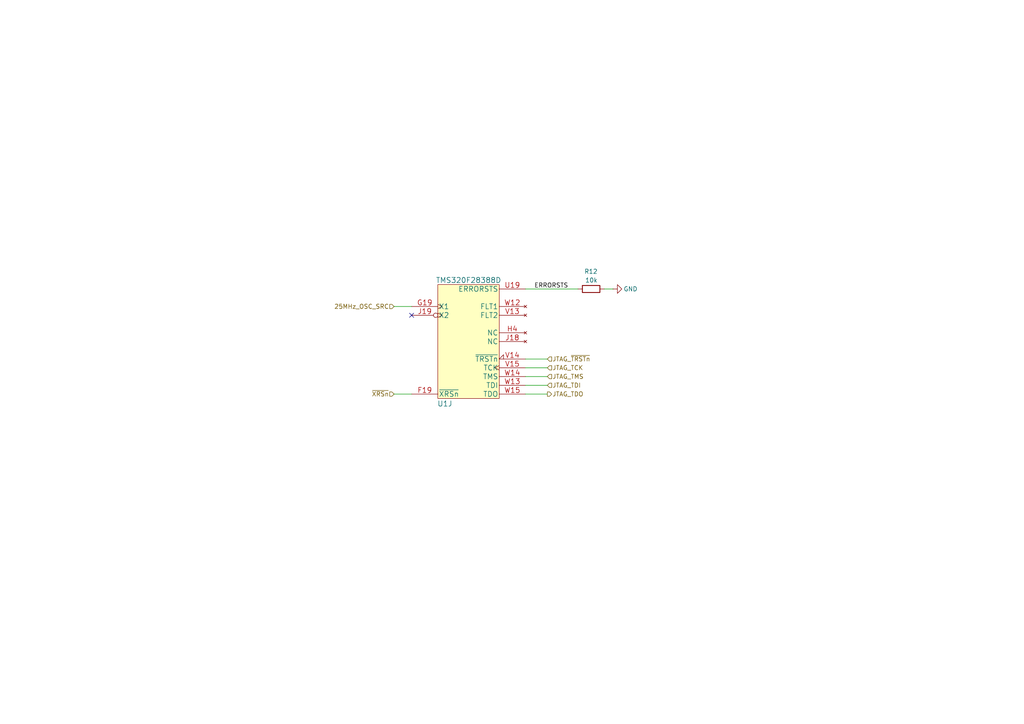
<source format=kicad_sch>
(kicad_sch (version 20231120) (generator "eeschema") (generator_version "8.0")
  (paper "A4")
  (title_block (title "Open MOtor DRiver Initiative  - Single Axis (OMODRI_SA)") (date "2025-03-07") (rev "1.0") (company "LAAS/CNRS"))
  (lib_symbols
    (symbol "Device:R" (pin_numbers hide) (pin_names (offset 0))
      (property "Reference" "R" (at 2.032 0 90))
      (property "Value" "R" (at 0 0 90))
      (symbol "R_0_1"
        (rectangle (start -1.016 -2.54) (end 1.016 2.54) (stroke (width 0.254)))
      )
      (symbol "R_1_1"
        (pin passive line (at 0 3.81 270) (length 1.27) (name "~") (number "1"))
        (pin passive line (at 0 -3.81 90) (length 1.27) (name "~") (number "2"))
      )
    )
    (symbol "omodri_lib:TMS320F28388D" (pin_names (offset 0.254))
      (property "Reference" "U" (at -8.89 55.88 0))
      (property "Value" "TMS320F28388D" (at 0 53.34 0))
      (symbol "TMS320F28388D_1_1"
        (rectangle (start -8.89 49.53) (end 8.89 -46.99) (fill (type background)))
        (pin power_in line (at -16.51 48.26 0) (length 7.62) (name "VSS") (number "A1"))
        (pin power_in line (at -16.51 45.72 0) (length 7.62) (name "VSS") (number "A10"))
        (pin power_in line (at -16.51 43.18 0) (length 7.62) (name "VSS") (number "A19"))
        (pin power_in line (at -16.51 33.02 0) (length 7.62) (name "VSS") (number "E12"))
        (pin power_in line (at -16.51 30.48 0) (length 7.62) (name "VSS") (number "E14"))
        (pin power_in line (at -16.51 27.94 0) (length 7.62) (name "VSS") (number "E15"))
        (pin power_in line (at -16.51 40.64 0) (length 7.62) (name "VSS") (number "E5"))
        (pin power_in line (at -16.51 38.1 0) (length 7.62) (name "VSS") (number "E6"))
        (pin power_in line (at -16.51 35.56 0) (length 7.62) (name "VSS") (number "E8"))
        (pin power_in line (at -16.51 17.78 0) (length 7.62) (name "VSS") (number "F12"))
        (pin power_in line (at -16.51 15.24 0) (length 7.62) (name "VSS") (number "F14"))
        (pin power_in line (at -16.51 12.7 0) (length 7.62) (name "VSS") (number "F15"))
        (pin power_in line (at -16.51 25.4 0) (length 7.62) (name "VSS") (number "F5"))
        (pin power_in line (at -16.51 22.86 0) (length 7.62) (name "VSS") (number "F6"))
        (pin power_in line (at -16.51 20.32 0) (length 7.62) (name "VSS") (number "F8"))
        (pin power_in line (at -16.51 10.16 0) (length 7.62) (name "VSS") (number "G16"))
        (pin power_in line (at -16.51 7.62 0) (length 7.62) (name "VSS") (number "G17"))
        (pin power_in line (at -16.51 0 0) (length 7.62) (name "VSS") (number "H10"))
        (pin power_in line (at -16.51 -2.54 0) (length 7.62) (name "VSS") (number "H11"))
        (pin power_in line (at -16.51 -5.08 0) (length 7.62) (name "VSS") (number "H12"))
        (pin power_in line (at -16.51 -7.62 0) (length 7.62) (name "VSS") (number "H14"))
        (pin power_in line (at -16.51 -10.16 0) (length 7.62) (name "VSS") (number "H15"))
        (pin power_in line (at 16.51 48.26 180) (length 7.62) (name "VSSOSC") (number "H18"))
        (pin power_in line (at 16.51 45.72 180) (length 7.62) (name "VSSOSC") (number "H19"))
        (pin power_in line (at -16.51 5.08 0) (length 7.62) (name "VSS") (number "H8"))
        (pin power_in line (at -16.51 2.54 0) (length 7.62) (name "VSS") (number "H9"))
        (pin power_in line (at -16.51 -22.86 0) (length 7.62) (name "VSS") (number "J10"))
        (pin power_in line (at -16.51 -25.4 0) (length 7.62) (name "VSS") (number "J11"))
        (pin power_in line (at -16.51 -27.94 0) (length 7.62) (name "VSS") (number "J12"))
        (pin power_in line (at -16.51 -12.7 0) (length 7.62) (name "VSS") (number "J5"))
        (pin power_in line (at -16.51 -15.24 0) (length 7.62) (name "VSS") (number "J6"))
        (pin power_in line (at -16.51 -17.78 0) (length 7.62) (name "VSS") (number "J8"))
        (pin power_in line (at -16.51 -20.32 0) (length 7.62) (name "VSS") (number "J9"))
        (pin power_in line (at -16.51 -35.56 0) (length 7.62) (name "VSS") (number "K10"))
        (pin power_in line (at -16.51 -38.1 0) (length 7.62) (name "VSS") (number "K11"))
        (pin power_in line (at -16.51 -40.64 0) (length 7.62) (name "VSS") (number "K12"))
        (pin power_in line (at -16.51 -43.18 0) (length 7.62) (name "VSS") (number "K14"))
        (pin power_in line (at -16.51 -45.72 0) (length 7.62) (name "VSS") (number "K15"))
        (pin power_in line (at -16.51 -30.48 0) (length 7.62) (name "VSS") (number "K8"))
        (pin power_in line (at -16.51 -33.02 0) (length 7.62) (name "VSS") (number "K9"))
        (pin power_in line (at 16.51 17.78 180) (length 7.62) (name "VSS") (number "L10"))
        (pin power_in line (at 16.51 15.24 180) (length 7.62) (name "VSS") (number "L11"))
        (pin power_in line (at 16.51 12.7 180) (length 7.62) (name "VSS") (number "L12"))
        (pin power_in line (at 16.51 10.16 180) (length 7.62) (name "VSS") (number "L18"))
        (pin power_in line (at 16.51 27.94 180) (length 7.62) (name "VSS") (number "L5"))
        (pin power_in line (at 16.51 25.4 180) (length 7.62) (name "VSS") (number "L6"))
        (pin power_in line (at 16.51 22.86 180) (length 7.62) (name "VSS") (number "L8"))
        (pin power_in line (at 16.51 20.32 180) (length 7.62) (name "VSS") (number "L9"))
        (pin power_in line (at 16.51 2.54 180) (length 7.62) (name "VSS") (number "M10"))
        (pin power_in line (at 16.51 0 180) (length 7.62) (name "VSS") (number "M11"))
        (pin power_in line (at 16.51 -2.54 180) (length 7.62) (name "VSS") (number "M12"))
        (pin power_in line (at 16.51 -5.08 180) (length 7.62) (name "VSS") (number "M14"))
        (pin power_in line (at 16.51 -7.62 180) (length 7.62) (name "VSS") (number "M15"))
        (pin power_in line (at 16.51 7.62 180) (length 7.62) (name "VSS") (number "M8"))
        (pin power_in line (at 16.51 5.08 180) (length 7.62) (name "VSS") (number "M9"))
        (pin power_in line (at 16.51 -10.16 180) (length 7.62) (name "VSS") (number "N1"))
        (pin power_in line (at 16.51 -12.7 180) (length 7.62) (name "VSS") (number "N5"))
        (pin power_in line (at 16.51 -15.24 180) (length 7.62) (name "VSS") (number "N6"))
        (pin power_in line (at 16.51 41.91 180) (length 7.62) (name "VSSA") (number "P1"))
        (pin power_in line (at 16.51 -22.86 180) (length 7.62) (name "VSS") (number "P11"))
        (pin power_in line (at 16.51 -25.4 180) (length 7.62) (name "VSS") (number "P12"))
        (pin power_in line (at 16.51 -27.94 180) (length 7.62) (name "VSS") (number "P14"))
        (pin power_in line (at 16.51 -30.48 180) (length 7.62) (name "VSS") (number "P15"))
        (pin power_in line (at 16.51 39.37 180) (length 7.62) (name "VSSA") (number "P5"))
        (pin power_in line (at 16.51 -17.78 180) (length 7.62) (name "VSS") (number "P7"))
        (pin power_in line (at 16.51 -20.32 180) (length 7.62) (name "VSS") (number "P8"))
        (pin power_in line (at 16.51 -38.1 180) (length 7.62) (name "VSS") (number "R14"))
        (pin power_in line (at 16.51 -40.64 180) (length 7.62) (name "VSS") (number "R15"))
        (pin power_in line (at 16.51 36.83 180) (length 7.62) (name "VSSA") (number "R5"))
        (pin power_in line (at 16.51 -33.02 180) (length 7.62) (name "VSS") (number "R7"))
        (pin power_in line (at 16.51 -35.56 180) (length 7.62) (name "VSS") (number "R8"))
        (pin power_in line (at 16.51 34.29 180) (length 7.62) (name "VSSA") (number "V7"))
        (pin power_in line (at 16.51 31.75 180) (length 7.62) (name "VSSA") (number "W1"))
        (pin power_in line (at 16.51 -45.72 180) (length 7.62) (name "VSS") (number "W19"))
        (pin power_in line (at 16.51 -43.18 180) (length 7.62) (name "VSS") (number "W7"))
      )
      (symbol "TMS320F28388D_2_1"
        (rectangle (start -10.16 49.53) (end 10.16 -21.59) (fill (type background)))
        (pin power_in line (at 17.78 45.72 180) (length 7.62) (name "VDDIO") (number "A18"))
        (pin power_in line (at 17.78 48.26 180) (length 7.62) (name "VDDIO") (number "A9"))
        (pin power_in line (at 17.78 43.18 180) (length 7.62) (name "VDDIO") (number "B1"))
        (pin power_in line (at 17.78 38.1 180) (length 7.62) (name "VDDIO") (number "E10"))
        (pin power_in line (at -17.78 45.72 0) (length 7.62) (name "VDD") (number "E11"))
        (pin power_in line (at 17.78 35.56 180) (length 7.62) (name "VDDIO") (number "E13"))
        (pin power_in line (at 17.78 33.02 180) (length 7.62) (name "VDDIO") (number "E16"))
        (pin power_in line (at 17.78 40.64 180) (length 7.62) (name "VDDIO") (number "E7"))
        (pin power_in line (at -17.78 48.26 0) (length 7.62) (name "VDD") (number "E9"))
        (pin power_in line (at 17.78 25.4 180) (length 7.62) (name "VDDIO") (number "F10"))
        (pin power_in line (at -17.78 40.64 0) (length 7.62) (name "VDD") (number "F11"))
        (pin power_in line (at 17.78 22.86 180) (length 7.62) (name "VDDIO") (number "F13"))
        (pin power_in line (at 17.78 20.32 180) (length 7.62) (name "VDDIO") (number "F16"))
        (pin power_in line (at 17.78 30.48 180) (length 7.62) (name "VDDIO") (number "F4"))
        (pin power_in line (at 17.78 27.94 180) (length 7.62) (name "VDDIO") (number "F7"))
        (pin power_in line (at -17.78 43.18 0) (length 7.62) (name "VDD") (number "F9"))
        (pin power_in line (at -17.78 38.1 0) (length 7.62) (name "VDD") (number "G14"))
        (pin power_in line (at -17.78 35.56 0) (length 7.62) (name "VDD") (number "G15"))
        (pin power_in line (at 17.78 17.78 180) (length 7.62) (name "VDDIO") (number "G4"))
        (pin power_in line (at 17.78 15.24 180) (length 7.62) (name "VDDIO") (number "G5"))
        (pin power_in line (at 17.78 12.7 180) (length 7.62) (name "VDDIO") (number "G6"))
        (pin power_in line (at -17.78 -17.78 0) (length 7.62) (name "VDDOSC") (number "H16"))
        (pin power_in line (at -17.78 -20.32 0) (length 7.62) (name "VDDOSC") (number "H17"))
        (pin power_in line (at 17.78 10.16 180) (length 7.62) (name "VDDIO") (number "H5"))
        (pin power_in line (at 17.78 7.62 180) (length 7.62) (name "VDDIO") (number "H6"))
        (pin power_in line (at -17.78 33.02 0) (length 7.62) (name "VDD") (number "J14"))
        (pin power_in line (at -17.78 30.48 0) (length 7.62) (name "VDD") (number "J15"))
        (pin power_in line (at -17.78 27.94 0) (length 7.62) (name "VDD") (number "K5"))
        (pin power_in line (at -17.78 25.4 0) (length 7.62) (name "VDD") (number "K6"))
        (pin power_in line (at 17.78 5.08 180) (length 7.62) (name "VDDIO") (number "L14"))
        (pin power_in line (at 17.78 2.54 180) (length 7.62) (name "VDDIO") (number "L15"))
        (pin power_in line (at 17.78 0 180) (length 7.62) (name "VDDIO") (number "M1"))
        (pin power_in line (at 17.78 -2.54 180) (length 7.62) (name "VDDIO") (number "M5"))
        (pin power_in line (at 17.78 -5.08 180) (length 7.62) (name "VDDIO") (number "M6"))
        (pin power_in line (at 17.78 -7.62 180) (length 7.62) (name "VDDIO") (number "N14"))
        (pin power_in line (at 17.78 -10.16 180) (length 7.62) (name "VDDIO") (number "N15"))
        (pin power_in line (at -17.78 22.86 0) (length 7.62) (name "VDD") (number "P10"))
        (pin power_in line (at -17.78 20.32 0) (length 7.62) (name "VDD") (number "P13"))
        (pin power_in line (at -17.78 10.16 0) (length 7.62) (name "VDDA") (number "P6"))
        (pin power_in line (at 17.78 -12.7 180) (length 7.62) (name "VDDIO") (number "P9"))
        (pin power_in line (at -17.78 17.78 0) (length 7.62) (name "VDD") (number "R10"))
        (pin power_in line (at -17.78 -3.81 0) (length 7.62) (name "VDD3VFL") (number "R11"))
        (pin power_in line (at -17.78 -6.35 0) (length 7.62) (name "VDD3VFL") (number "R12"))
        (pin power_in line (at -17.78 15.24 0) (length 7.62) (name "VDD") (number "R13"))
        (pin power_in line (at -17.78 7.62 0) (length 7.62) (name "VDDA") (number "R6"))
        (pin power_in line (at 17.78 -15.24 180) (length 7.62) (name "VDDIO") (number "R9"))
        (pin power_in line (at 17.78 -17.78 180) (length 7.62) (name "VDDIO") (number "V19"))
        (pin power_in line (at 17.78 -20.32 180) (length 7.62) (name "VDDIO") (number "W8"))
      )
      (symbol "TMS320F28388D_3_1"
        (rectangle (start -11.43 49.53) (end 11.43 -21.59) (fill (type background)))
        (pin power_in line (at -19.05 7.62 0) (length 7.62) (name "VREFLOC") (number "P2"))
        (pin input line (at 19.05 10.16 180) (length 7.62) (name "ADCINC3") (number "P3"))
        (pin input line (at 19.05 5.08 180) (length 7.62) (name "ADCINC5") (number "P4"))
        (pin power_in line (at -19.05 43.18 0) (length 7.62) (name "VREFHIC") (number "R1"))
        (pin power_in line (at -19.05 12.7 0) (length 7.62) (name "VREFLOA") (number "R2"))
        (pin input line (at 19.05 12.7 180) (length 7.62) (name "ADCINC2") (number "R3"))
        (pin input line (at 19.05 7.62 180) (length 7.62) (name "ADCINC4") (number "R4"))
        (pin input line (at 19.05 45.72 180) (length 7.62) (name "ADCINA1") (number "T1"))
        (pin input line (at 19.05 40.64 180) (length 7.62) (name "ADCINA3") (number "T2"))
        (pin input line (at 19.05 35.56 180) (length 7.62) (name "ADCINA5") (number "T3"))
        (pin input line (at 19.05 -17.78 180) (length 7.62) (name "ADCIN14") (number "T4"))
        (pin input line (at 19.05 0 180) (length 7.62) (name "ADCIND0") (number "T5"))
        (pin input line (at 19.05 -5.08 180) (length 7.62) (name "ADCIND2") (number "T6"))
        (pin input line (at 19.05 -10.16 180) (length 7.62) (name "ADCIND4") (number "T7"))
        (pin input line (at 19.05 48.26 180) (length 7.62) (name "ADCINA0") (number "U1"))
        (pin input line (at 19.05 43.18 180) (length 7.62) (name "ADCINA2") (number "U2"))
        (pin input line (at 19.05 38.1 180) (length 7.62) (name "ADCINA4") (number "U3"))
        (pin input line (at 19.05 -20.32 180) (length 7.62) (name "ADCIN15") (number "U4"))
        (pin input line (at 19.05 -2.54 180) (length 7.62) (name "ADCIND1") (number "U5"))
        (pin input line (at 19.05 -7.62 180) (length 7.62) (name "ADCIND3") (number "U6"))
        (pin input line (at 19.05 -12.7 180) (length 7.62) (name "ADCIND5") (number "U7"))
        (pin power_in line (at -19.05 48.26 0) (length 7.62) (name "VREFHIA") (number "V1"))
        (pin input line (at 19.05 30.48 180) (length 7.62) (name "ADCINB0") (number "V2"))
        (pin input line (at 19.05 25.4 180) (length 7.62) (name "ADCINB2") (number "V3"))
        (pin input line (at 19.05 20.32 180) (length 7.62) (name "ADCINB4") (number "V4"))
        (pin power_in line (at -19.05 40.64 0) (length 7.62) (name "VREFHID") (number "V5"))
        (pin power_in line (at -19.05 10.16 0) (length 7.62) (name "VREFLOB") (number "V6"))
        (pin input line (at 19.05 27.94 180) (length 7.62) (name "ADCINB1") (number "W2"))
        (pin input line (at 19.05 22.86 180) (length 7.62) (name "ADCINB3") (number "W3"))
        (pin input line (at 19.05 17.78 180) (length 7.62) (name "ADCINB5") (number "W4"))
        (pin power_in line (at -19.05 45.72 0) (length 7.62) (name "VREFHIB") (number "W5"))
        (pin power_in line (at -19.05 5.08 0) (length 7.62) (name "VREFLOD") (number "W6"))
      )
      (symbol "TMS320F28388D_4_1"
        (rectangle (start -8.89 49.53) (end 8.89 -31.75) (fill (type background)))
        (pin passive line (at 16.51 33.02 180) (length 7.62) (name "GPIO6") (number "A6"))
        (pin passive line (at 16.51 43.18 180) (length 7.62) (name "GPIO2") (number "A7"))
        (pin passive line (at 16.51 22.86 180) (length 7.62) (name "GPIO10") (number "B2"))
        (pin passive line (at 16.51 30.48 180) (length 7.62) (name "GPIO7") (number "B6"))
        (pin passive line (at 16.51 40.64 180) (length 7.62) (name "GPIO3") (number "B7"))
        (pin passive line (at 16.51 20.32 180) (length 7.62) (name "GPIO11") (number "C1"))
        (pin passive line (at 16.51 17.78 180) (length 7.62) (name "GPIO12") (number "C2"))
        (pin passive line (at 16.51 38.1 180) (length 7.62) (name "GPIO4") (number "C7"))
        (pin passive line (at 16.51 48.26 180) (length 7.62) (name "GPIO0") (number "C8"))
        (pin passive line (at 16.51 15.24 180) (length 7.62) (name "GPIO13") (number "D1"))
        (pin passive line (at 16.51 12.7 180) (length 7.62) (name "GPIO14") (number "D2"))
        (pin passive line (at 16.51 10.16 180) (length 7.62) (name "GPIO15") (number "D3"))
        (pin passive line (at 16.51 35.56 180) (length 7.62) (name "GPIO5") (number "D7"))
        (pin passive line (at 16.51 45.72 180) (length 7.62) (name "GPIO1") (number "D8"))
        (pin passive line (at 16.51 7.62 180) (length 7.62) (name "GPIO16") (number "E1"))
        (pin passive line (at 16.51 5.08 180) (length 7.62) (name "GPIO17") (number "E2"))
        (pin passive line (at 16.51 2.54 180) (length 7.62) (name "GPIO18") (number "E3"))
        (pin passive line (at 16.51 0 180) (length 7.62) (name "GPIO19") (number "E4"))
        (pin passive line (at 16.51 -2.54 180) (length 7.62) (name "GPIO20") (number "F2"))
        (pin passive line (at 16.51 -5.08 180) (length 7.62) (name "GPIO21") (number "F3"))
        (pin passive line (at 16.51 27.94 180) (length 7.62) (name "GPIO8") (number "G2"))
        (pin passive line (at 16.51 25.4 180) (length 7.62) (name "GPIO9") (number "G3"))
        (pin passive line (at 16.51 -7.62 180) (length 7.62) (name "GPIO22") (number "J4"))
        (pin passive line (at 16.51 -17.78 180) (length 7.62) (name "GPIO26") (number "K1"))
        (pin passive line (at 16.51 -15.24 180) (length 7.62) (name "GPIO25") (number "K2"))
        (pin passive line (at 16.51 -12.7 180) (length 7.62) (name "GPIO24") (number "K3"))
        (pin passive line (at 16.51 -10.16 180) (length 7.62) (name "GPIO23") (number "K4"))
        (pin passive line (at 16.51 -20.32 180) (length 7.62) (name "GPIO27") (number "L1"))
        (pin passive line (at 16.51 -27.94 180) (length 7.62) (name "GPIO30") (number "T11"))
        (pin passive line (at 16.51 -30.48 180) (length 7.62) (name "GPIO31") (number "U11"))
        (pin passive line (at 16.51 -22.86 180) (length 7.62) (name "GPIO28") (number "V11"))
        (pin passive line (at 16.51 -25.4 180) (length 7.62) (name "GPIO29") (number "W11"))
      )
      (symbol "TMS320F28388D_5_1"
        (rectangle (start -8.89 49.53) (end 8.89 -31.75) (fill (type background)))
        (pin passive line (at 16.51 20.32 180) (length 7.62) (name "GPIO43") (number "C19"))
        (pin passive line (at 16.51 22.86 180) (length 7.62) (name "GPIO42") (number "D19"))
        (pin passive line (at 16.51 10.16 180) (length 7.62) (name "GPIO47") (number "E18"))
        (pin passive line (at 16.51 12.7 180) (length 7.62) (name "GPIO46") (number "E19"))
        (pin passive line (at 16.51 -30.48 180) (length 7.62) (name "GPIO63") (number "J16"))
        (pin passive line (at 16.51 -27.94 180) (length 7.62) (name "GPIO62") (number "J17"))
        (pin passive line (at 16.51 17.78 180) (length 7.62) (name "GPIO44") (number "K18"))
        (pin passive line (at 16.51 15.24 180) (length 7.62) (name "GPIO45") (number "K19"))
        (pin passive line (at 16.51 -25.4 180) (length 7.62) (name "GPIO61") (number "L16"))
        (pin passive line (at 16.51 -20.32 180) (length 7.62) (name "GPIO59") (number "M16"))
        (pin passive line (at 16.51 -22.86 180) (length 7.62) (name "GPIO60") (number "M17"))
        (pin passive line (at 16.51 -12.7 180) (length 7.62) (name "GPIO56") (number "N16"))
        (pin passive line (at 16.51 -17.78 180) (length 7.62) (name "GPIO58") (number "N17"))
        (pin passive line (at 16.51 -15.24 180) (length 7.62) (name "GPIO57") (number "N18"))
        (pin passive line (at 16.51 -2.54 180) (length 7.62) (name "GPIO52") (number "P16"))
        (pin passive line (at 16.51 -5.08 180) (length 7.62) (name "GPIO53") (number "P17"))
        (pin passive line (at 16.51 -7.62 180) (length 7.62) (name "GPIO54") (number "P18"))
        (pin passive line (at 16.51 -10.16 180) (length 7.62) (name "GPIO55") (number "P19"))
        (pin passive line (at 16.51 7.62 180) (length 7.62) (name "GPIO48") (number "R16"))
        (pin passive line (at 16.51 5.08 180) (length 7.62) (name "GPIO49") (number "R17"))
        (pin passive line (at 16.51 2.54 180) (length 7.62) (name "GPIO50") (number "R18"))
        (pin passive line (at 16.51 0 180) (length 7.62) (name "GPIO51") (number "R19"))
        (pin passive line (at 16.51 45.72 180) (length 7.62) (name "GPIO33") (number "T13"))
        (pin passive line (at 16.51 40.64 180) (length 7.62) (name "GPIO35") (number "T14"))
        (pin passive line (at 16.51 33.02 180) (length 7.62) (name "GPIO38") (number "T16"))
        (pin passive line (at 16.51 48.26 180) (length 7.62) (name "GPIO32") (number "U13"))
        (pin passive line (at 16.51 43.18 180) (length 7.62) (name "GPIO34") (number "U14"))
        (pin passive line (at 16.51 35.56 180) (length 7.62) (name "GPIO37") (number "U16"))
        (pin passive line (at 16.51 25.4 180) (length 7.62) (name "GPIO41") (number "U17"))
        (pin passive line (at 16.51 38.1 180) (length 7.62) (name "GPIO36") (number "V16"))
        (pin passive line (at 16.51 27.94 180) (length 7.62) (name "GPIO40") (number "V17"))
        (pin passive line (at 16.51 30.48 180) (length 7.62) (name "GPIO39") (number "W17"))
      )
      (symbol "TMS320F28388D_6_1"
        (rectangle (start -8.89 49.53) (end 8.89 -31.75) (fill (type background)))
        (pin passive line (at 16.51 -2.54 180) (length 7.62) (name "GPIO84") (number "A11"))
        (pin passive line (at 16.51 5.08 180) (length 7.62) (name "GPIO81") (number "A14"))
        (pin passive line (at 16.51 15.24 180) (length 7.62) (name "GPIO77") (number "A15"))
        (pin passive line (at 16.51 25.4 180) (length 7.62) (name "GPIO73") (number "A16"))
        (pin passive line (at 16.51 33.02 180) (length 7.62) (name "GPIO70") (number "A17"))
        (pin passive line (at 16.51 -27.94 180) (length 7.62) (name "GPIO94") (number "A3"))
        (pin passive line (at 16.51 -22.86 180) (length 7.62) (name "GPIO92") (number "A4"))
        (pin passive line (at 16.51 -17.78 180) (length 7.62) (name "GPIO90") (number "A5"))
        (pin passive line (at 16.51 -5.08 180) (length 7.62) (name "GPIO85") (number "B11"))
        (pin passive line (at 16.51 2.54 180) (length 7.62) (name "GPIO82") (number "B14"))
        (pin passive line (at 16.51 12.7 180) (length 7.62) (name "GPIO78") (number "B15"))
        (pin passive line (at 16.51 27.94 180) (length 7.62) (name "GPIO72") (number "B16"))
        (pin passive line (at 16.51 30.48 180) (length 7.62) (name "GPIO71") (number "B17"))
        (pin passive line (at 16.51 35.56 180) (length 7.62) (name "GPIO69") (number "B18"))
        (pin passive line (at 16.51 40.64 180) (length 7.62) (name "GPIO67") (number "B19"))
        (pin passive line (at 16.51 -30.48 180) (length 7.62) (name "GPIO95") (number "B3"))
        (pin passive line (at 16.51 -25.4 180) (length 7.62) (name "GPIO93") (number "B4"))
        (pin passive line (at 16.51 -20.32 180) (length 7.62) (name "GPIO91") (number "B5"))
        (pin passive line (at 16.51 -7.62 180) (length 7.62) (name "GPIO86") (number "C11"))
        (pin passive line (at 16.51 0 180) (length 7.62) (name "GPIO83") (number "C14"))
        (pin passive line (at 16.51 10.16 180) (length 7.62) (name "GPIO79") (number "C15"))
        (pin passive line (at 16.51 17.78 180) (length 7.62) (name "GPIO76") (number "C16"))
        (pin passive line (at 16.51 22.86 180) (length 7.62) (name "GPIO74") (number "C17"))
        (pin passive line (at 16.51 38.1 180) (length 7.62) (name "GPIO68") (number "C18"))
        (pin passive line (at 16.51 -12.7 180) (length 7.62) (name "GPIO88") (number "C6"))
        (pin passive line (at 16.51 -10.16 180) (length 7.62) (name "GPIO87") (number "D11"))
        (pin passive line (at 16.51 7.62 180) (length 7.62) (name "GPIO80") (number "D15"))
        (pin passive line (at 16.51 20.32 180) (length 7.62) (name "GPIO75") (number "D16"))
        (pin passive line (at 16.51 -15.24 180) (length 7.62) (name "GPIO89") (number "D6"))
        (pin passive line (at 16.51 45.72 180) (length 7.62) (name "GPIO65") (number "K16"))
        (pin passive line (at 16.51 43.18 180) (length 7.62) (name "GPIO66") (number "K17"))
        (pin passive line (at 16.51 48.26 180) (length 7.62) (name "GPIO64") (number "L17"))
      )
      (symbol "TMS320F28388D_7_1"
        (rectangle (start -8.89 49.53) (end 8.89 -31.75) (fill (type background)))
        (pin passive line (at 16.51 45.72 180) (length 7.62) (name "GPIO97") (number "A2"))
        (pin passive line (at 16.51 48.26 180) (length 7.62) (name "GPIO96") (number "C3"))
        (pin passive line (at 16.51 43.18 180) (length 7.62) (name "GPIO98") (number "F1"))
        (pin passive line (at 16.51 40.64 180) (length 7.62) (name "GPIO99") (number "G1"))
        (pin passive line (at 16.51 38.1 180) (length 7.62) (name "GPIO100") (number "H1"))
        (pin passive line (at 16.51 35.56 180) (length 7.62) (name "GPIO101") (number "H2"))
        (pin passive line (at 16.51 33.02 180) (length 7.62) (name "GPIO102") (number "H3"))
        (pin passive line (at 16.51 30.48 180) (length 7.62) (name "GPIO103") (number "J1"))
        (pin passive line (at 16.51 27.94 180) (length 7.62) (name "GPIO104") (number "J2"))
        (pin passive line (at 16.51 25.4 180) (length 7.62) (name "GPIO105") (number "J3"))
        (pin passive line (at 16.51 22.86 180) (length 7.62) (name "GPIO106") (number "L2"))
        (pin passive line (at 16.51 20.32 180) (length 7.62) (name "GPIO107") (number "L3"))
        (pin passive line (at 16.51 17.78 180) (length 7.62) (name "GPIO108") (number "L4"))
        (pin passive line (at 16.51 12.7 180) (length 7.62) (name "GPIO110") (number "M2"))
        (pin passive line (at 16.51 7.62 180) (length 7.62) (name "GPIO112") (number "M3"))
        (pin passive line (at 16.51 10.16 180) (length 7.62) (name "GPIO111") (number "M4"))
        (pin passive line (at 16.51 15.24 180) (length 7.62) (name "GPIO109") (number "N2"))
        (pin passive line (at 16.51 2.54 180) (length 7.62) (name "GPIO114") (number "N3"))
        (pin passive line (at 16.51 5.08 180) (length 7.62) (name "GPIO113") (number "N4"))
        (pin passive line (at 16.51 -7.62 180) (length 7.62) (name "GPIO118") (number "T12"))
        (pin passive line (at 16.51 -10.16 180) (length 7.62) (name "GPIO119") (number "T15"))
        (pin passive line (at 16.51 -17.78 180) (length 7.62) (name "GPIO122") (number "T8"))
        (pin passive line (at 16.51 -25.4 180) (length 7.62) (name "GPIO125") (number "T9"))
        (pin passive line (at 16.51 -5.08 180) (length 7.62) (name "GPIO117") (number "U12"))
        (pin passive line (at 16.51 -12.7 180) (length 7.62) (name "GPIO120") (number "U15"))
        (pin passive line (at 16.51 -20.32 180) (length 7.62) (name "GPIO123") (number "U8"))
        (pin passive line (at 16.51 -27.94 180) (length 7.62) (name "GPIO126") (number "U9"))
        (pin passive line (at 16.51 0 180) (length 7.62) (name "GPIO115") (number "V12"))
        (pin passive line (at 16.51 -22.86 180) (length 7.62) (name "GPIO124") (number "V8"))
        (pin passive line (at 16.51 -30.48 180) (length 7.62) (name "GPIO127") (number "V9"))
        (pin passive line (at 16.51 -2.54 180) (length 7.62) (name "GPIO116") (number "W10"))
        (pin passive line (at 16.51 -15.24 180) (length 7.62) (name "GPIO121") (number "W16"))
      )
      (symbol "TMS320F28388D_8_1"
        (rectangle (start -8.89 49.53) (end 8.89 -31.75) (fill (type background)))
        (pin passive line (at 16.51 -15.24 180) (length 7.62) (name "GPIO153") (number "A12"))
        (pin passive line (at 16.51 -5.08 180) (length 7.62) (name "GPIO149") (number "A13"))
        (pin passive line (at 16.51 -25.4 180) (length 7.62) (name "GPIO157") (number "B10"))
        (pin passive line (at 16.51 -17.78 180) (length 7.62) (name "GPIO154") (number "B12"))
        (pin passive line (at 16.51 -7.62 180) (length 7.62) (name "GPIO150") (number "B13"))
        (pin passive line (at 16.51 -27.94 180) (length 7.62) (name "GPIO158") (number "C10"))
        (pin passive line (at 16.51 -20.32 180) (length 7.62) (name "GPIO155") (number "C12"))
        (pin passive line (at 16.51 -10.16 180) (length 7.62) (name "GPIO151") (number "C13"))
        (pin passive line (at 16.51 -30.48 180) (length 7.62) (name "GPIO159") (number "D10"))
        (pin passive line (at 16.51 -22.86 180) (length 7.62) (name "GPIO156") (number "D12"))
        (pin passive line (at 16.51 -12.7 180) (length 7.62) (name "GPIO152") (number "D13"))
        (pin passive line (at 16.51 -2.54 180) (length 7.62) (name "GPIO148") (number "D14"))
        (pin passive line (at 16.51 0 180) (length 7.62) (name "GPIO147") (number "D17"))
        (pin passive line (at 16.51 2.54 180) (length 7.62) (name "GPIO146") (number "D18"))
        (pin passive line (at 16.51 5.08 180) (length 7.62) (name "GPIO145") (number "E17"))
        (pin passive line (at 16.51 7.62 180) (length 7.62) (name "GPIO144") (number "F17"))
        (pin passive line (at 16.51 10.16 180) (length 7.62) (name "GPIO143") (number "F18"))
        (pin passive line (at 16.51 35.56 180) (length 7.62) (name "GPIO133") (number "G18"))
        (pin passive line (at 16.51 12.7 180) (length 7.62) (name "GPIO142") (number "L19"))
        (pin passive line (at 16.51 15.24 180) (length 7.62) (name "GPIO141") (number "M18"))
        (pin passive line (at 16.51 17.78 180) (length 7.62) (name "GPIO140") (number "M19"))
        (pin passive line (at 16.51 20.32 180) (length 7.62) (name "GPIO139") (number "N19"))
        (pin passive line (at 16.51 45.72 180) (length 7.62) (name "GPIO129") (number "T10"))
        (pin passive line (at 16.51 27.94 180) (length 7.62) (name "GPIO136") (number "T17"))
        (pin passive line (at 16.51 25.4 180) (length 7.62) (name "GPIO137") (number "T18"))
        (pin passive line (at 16.51 22.86 180) (length 7.62) (name "GPIO138") (number "T19"))
        (pin passive line (at 16.51 43.18 180) (length 7.62) (name "GPIO130") (number "U10"))
        (pin passive line (at 16.51 30.48 180) (length 7.62) (name "GPIO135") (number "U18"))
        (pin passive line (at 16.51 40.64 180) (length 7.62) (name "GPIO131") (number "V10"))
        (pin passive line (at 16.51 33.02 180) (length 7.62) (name "GPIO134") (number "V18"))
        (pin passive line (at 16.51 38.1 180) (length 7.62) (name "GPIO132") (number "W18"))
        (pin passive line (at 16.51 48.26 180) (length 7.62) (name "GPIO128") (number "W9"))
      )
      (symbol "TMS320F28388D_9_1"
        (rectangle (start -8.89 49.53) (end 8.89 26.67) (fill (type background)))
        (pin passive line (at 16.51 40.64 180) (length 7.62) (name "GPIO163") (number "A8"))
        (pin passive line (at 16.51 38.1 180) (length 7.62) (name "GPIO164") (number "B8"))
        (pin passive line (at 16.51 48.26 180) (length 7.62) (name "GPIO160") (number "B9"))
        (pin passive line (at 16.51 30.48 180) (length 7.62) (name "GPIO167") (number "C4"))
        (pin passive line (at 16.51 35.56 180) (length 7.62) (name "GPIO165") (number "C5"))
        (pin passive line (at 16.51 45.72 180) (length 7.62) (name "GPIO161") (number "C9"))
        (pin passive line (at 16.51 27.94 180) (length 7.62) (name "GPIO168") (number "D4"))
        (pin passive line (at 16.51 33.02 180) (length 7.62) (name "GPIO166") (number "D5"))
        (pin passive line (at 16.51 43.18 180) (length 7.62) (name "GPIO162") (number "D9"))
      )
      (symbol "TMS320F28388D_10_1"
        (rectangle (start -8.89 49.53) (end 8.89 16.51) (fill (type background)))
        (pin open_collector line (at -16.51 17.78 0) (length 7.62) (name "~{XRSn}") (number "F19"))
        (pin input clock (at -16.51 43.18 0) (length 7.62) (name "X1") (number "G19"))
        (pin no_connect line (at 16.51 35.56 180) (length 7.62) (name "NC") (number "H4"))
        (pin no_connect line (at 16.51 33.02 180) (length 7.62) (name "NC") (number "J18"))
        (pin output inverted_clock (at -16.51 40.64 0) (length 7.62) (name "X2") (number "J19"))
        (pin open_collector line (at 16.51 48.26 180) (length 7.62) (name "ERRORSTS") (number "U19"))
        (pin no_connect line (at 16.51 40.64 180) (length 7.62) (name "FLT2") (number "V13"))
        (pin input input_low (at 16.51 27.94 180) (length 7.62) (name "~{TRSTn}") (number "V14"))
        (pin input clock (at 16.51 25.4 180) (length 7.62) (name "TCK") (number "V15"))
        (pin no_connect line (at 16.51 43.18 180) (length 7.62) (name "FLT1") (number "W12"))
        (pin input line (at 16.51 20.32 180) (length 7.62) (name "TDI") (number "W13"))
        (pin input line (at 16.51 22.86 180) (length 7.62) (name "TMS") (number "W14"))
        (pin output line (at 16.51 17.78 180) (length 7.62) (name "TDO") (number "W15"))
      )
    )
    (symbol "power:GND" (power) (pin_numbers hide) (pin_names (offset 0) hide)
      (property "Value" "GND" (at 0 -3.81 0))
      (symbol "GND_0_1"
        (polyline (pts (xy 0 0) (xy 0 -1.27) (xy 1.27 -1.27) (xy 0 -2.54) (xy -1.27 -1.27) (xy 0 -1.27)))
      )
      (symbol "GND_1_1"
        (pin power_in line (at 0 0 270) (length 0) (name "~") (number "1"))
      )
    )
  )
  (no_connect (at 119.38 91.44))
  (wire (pts (xy 152.4 111.76) (xy 158.75 111.76)))
  (wire (pts (xy 152.4 106.68) (xy 158.75 106.68)))
  (wire (pts (xy 152.4 109.22) (xy 158.75 109.22)))
  (wire (pts (xy 152.4 114.3) (xy 158.75 114.3)))
  (wire (pts (xy 114.3 114.3) (xy 119.38 114.3)))
  (wire (pts (xy 152.4 104.14) (xy 158.75 104.14)))
  (wire (pts (xy 114.3 88.9) (xy 119.38 88.9)))
  (wire (pts (xy 177.8 83.82) (xy 175.26 83.82)))
  (wire (pts (xy 152.4 83.82) (xy 167.64 83.82)))
  (label "ERRORSTS" (at 154.94 83.82 0))
  (hierarchical_label "JTAG_TMS" (shape input) (at 158.75 109.22 0))
  (hierarchical_label "JTAG_TDI" (shape input) (at 158.75 111.76 0))
  (hierarchical_label "JTAG_TCK" (shape input) (at 158.75 106.68 0))
  (hierarchical_label "JTAG_~{TRSTn}" (shape input) (at 158.75 104.14 0))
  (hierarchical_label "JTAG_TDO" (shape output) (at 158.75 114.3 0))
  (hierarchical_label "~{XRSn}" (shape input) (at 114.3 114.3 180))
  (hierarchical_label "25MHz_OSC_SRC" (shape input) (at 114.3 88.9 180))
  (symbol (lib_id "Device:R") (at 171.45 83.82 90) (unit 1)
    (property "Reference" "R12" (at 173.355 78.74 90) (effects (justify left)))
    (property "Value" "10k" (at 173.355 81.28 90) (effects (justify left)))
    (property "Footprint" "Resistor_SMD:R_0201_0603Metric" (effects (hide yes)))
    (property "Datasheet" "https://industrial.panasonic.com/sa/products/pt/general-purpose-chip-resistors/models/ERJ1GNF1002C" (effects (hide yes)))
    (property "Description" "0201, 10kΩ, 0.05W, ±1%, SMD  resistor" (effects (hide yes)))
    (property "DigiKey" "P122414CT-ND" (effects (hide yes)))
    (property "Farnell" "2302362" (effects (hide yes)))
    (property "Mouser" "667-ERJ-1GNF1002C" (effects (hide yes)))
    (property "Part No" "ERJ1GNF1002C" (effects (hide yes)))
    (property "RS" "176-3597" (effects (hide yes)))
    (property "LCSC" "C717002" (effects (hide yes)))
    (property "Manufacturer" "PANASONIC" (effects (hide yes)))
    (property "Assembling" "SMD" (effects (hide yes)))
  )
  (symbol (lib_id "power:GND") (at 177.8 83.82 90) (unit 1)
    (property "Reference" "#PWR017" (effects (hide yes)))
    (property "Value" "GND" (at 182.88 83.82 90))
    (property "Description" "Power symbol creates a global label with name \"GND\" , ground" (effects (hide yes)))
  )
  (symbol (lib_id "omodri_lib:TMS320F28388D") (at 135.89 132.08 0) (unit 10)
    (property "Reference" "U1" (at 129.032 117.094 0) (effects (font (size 1.524 1.524))))
    (property "Value" "TMS320F28388D" (at 135.89 81.28 0) (effects (font (size 1.524 1.524))))
    (property "Footprint" "udriver3:NFBGA_337" (effects (hide yes)))
    (property "Datasheet" "https://www.ti.com/lit/ds/symlink/tms320f28388d.pdf" (effects (hide yes)))
    (property "Description" "C2000 family, 32-bit MCU with connectivity manager, 2x C28x+CLA CPU, 1.5-MB flash, FPU64, CLB, ENET, EtherCAT" (effects (hide yes)))
    (property "DigiKey" "296-F28388DZWTS-ND" (effects (hide yes)))
    (property "Mouser" "595-F28388DZWTS" (effects (hide yes)))
    (property "Part No" "F28388DZWTS" (effects (hide yes)))
    (property "LCSC" "C2879671" (effects (hide yes)))
    (property "Manufacturer" "TEXAS INSTRUMENTS" (effects (hide yes)))
    (property "Assembling" "SMD " (effects (hide yes)))
  )
)
</source>
